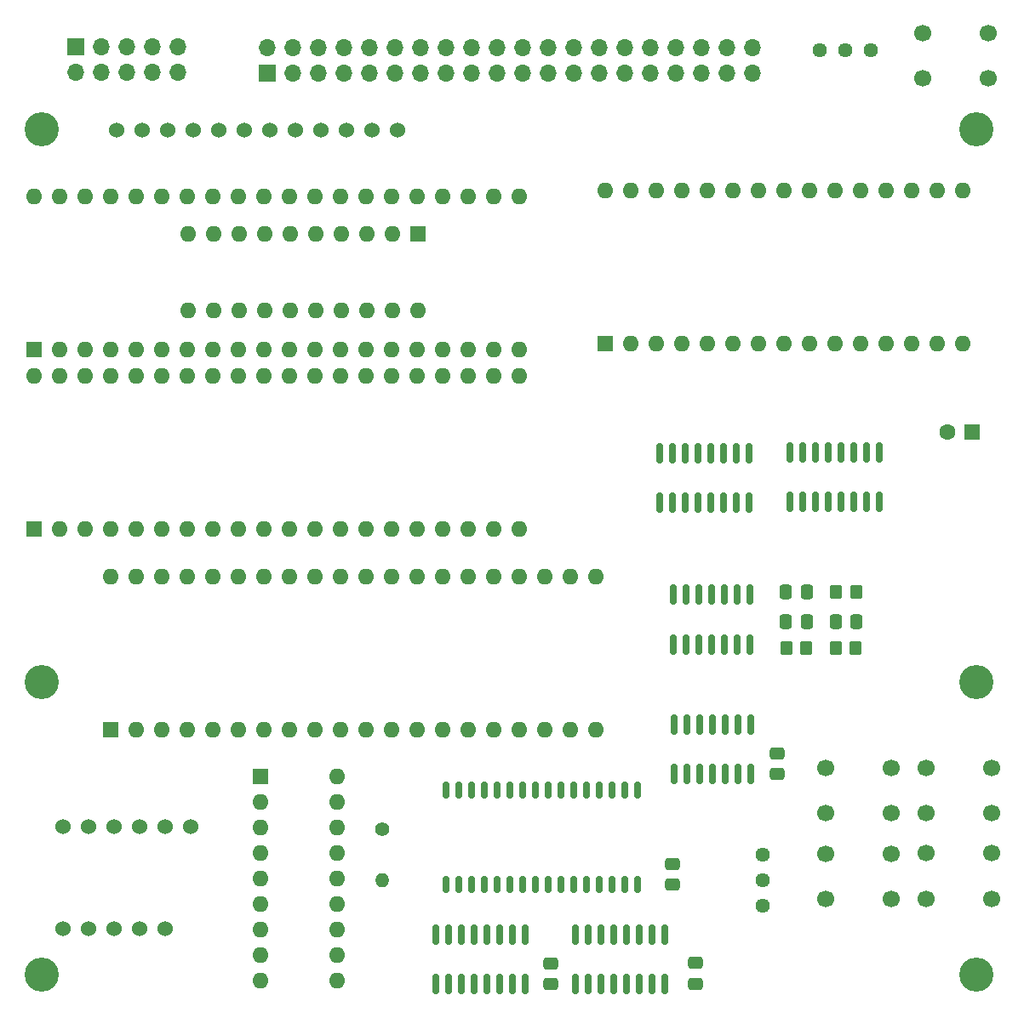
<source format=gbr>
%TF.GenerationSoftware,KiCad,Pcbnew,(5.99.0-7833-g0d57f90982)*%
%TF.CreationDate,2021-09-05T20:23:01+02:00*%
%TF.ProjectId,sbc6526,73626336-3532-4362-9e6b-696361645f70,rev?*%
%TF.SameCoordinates,Original*%
%TF.FileFunction,Soldermask,Top*%
%TF.FilePolarity,Negative*%
%FSLAX46Y46*%
G04 Gerber Fmt 4.6, Leading zero omitted, Abs format (unit mm)*
G04 Created by KiCad (PCBNEW (5.99.0-7833-g0d57f90982)) date 2021-09-05 20:23:01*
%MOMM*%
%LPD*%
G01*
G04 APERTURE LIST*
G04 Aperture macros list*
%AMRoundRect*
0 Rectangle with rounded corners*
0 $1 Rounding radius*
0 $2 $3 $4 $5 $6 $7 $8 $9 X,Y pos of 4 corners*
0 Add a 4 corners polygon primitive as box body*
4,1,4,$2,$3,$4,$5,$6,$7,$8,$9,$2,$3,0*
0 Add four circle primitives for the rounded corners*
1,1,$1+$1,$2,$3,0*
1,1,$1+$1,$4,$5,0*
1,1,$1+$1,$6,$7,0*
1,1,$1+$1,$8,$9,0*
0 Add four rect primitives between the rounded corners*
20,1,$1+$1,$2,$3,$4,$5,0*
20,1,$1+$1,$4,$5,$6,$7,0*
20,1,$1+$1,$6,$7,$8,$9,0*
20,1,$1+$1,$8,$9,$2,$3,0*%
G04 Aperture macros list end*
%ADD10RoundRect,0.250000X0.475000X-0.337500X0.475000X0.337500X-0.475000X0.337500X-0.475000X-0.337500X0*%
%ADD11RoundRect,0.250000X-0.337500X-0.475000X0.337500X-0.475000X0.337500X0.475000X-0.337500X0.475000X0*%
%ADD12RoundRect,0.250000X0.337500X0.475000X-0.337500X0.475000X-0.337500X-0.475000X0.337500X-0.475000X0*%
%ADD13C,1.440000*%
%ADD14RoundRect,0.249999X-0.350001X-0.450001X0.350001X-0.450001X0.350001X0.450001X-0.350001X0.450001X0*%
%ADD15RoundRect,0.249999X0.350001X0.450001X-0.350001X0.450001X-0.350001X-0.450001X0.350001X-0.450001X0*%
%ADD16RoundRect,0.150000X-0.150000X0.700000X-0.150000X-0.700000X0.150000X-0.700000X0.150000X0.700000X0*%
%ADD17RoundRect,0.150000X0.150000X-0.825000X0.150000X0.825000X-0.150000X0.825000X-0.150000X-0.825000X0*%
%ADD18RoundRect,0.150000X-0.150000X0.825000X-0.150000X-0.825000X0.150000X-0.825000X0.150000X0.825000X0*%
%ADD19R,1.600000X1.600000*%
%ADD20O,1.600000X1.600000*%
%ADD21C,1.600000*%
%ADD22C,1.524000*%
%ADD23R,1.700000X1.700000*%
%ADD24O,1.700000X1.700000*%
%ADD25C,1.400000*%
%ADD26O,1.400000X1.400000*%
%ADD27C,1.700000*%
%ADD28C,3.400000*%
G04 APERTURE END LIST*
D10*
%TO.C,C4*%
X166200000Y-137100000D03*
X166200000Y-135025000D03*
%TD*%
%TO.C,C7*%
X176600000Y-126100000D03*
X176600000Y-124025000D03*
%TD*%
D11*
%TO.C,C8*%
X177472500Y-110885000D03*
X179547500Y-110885000D03*
%TD*%
D10*
%TO.C,C9*%
X154100000Y-147000000D03*
X154100000Y-144925000D03*
%TD*%
D12*
%TO.C,C12*%
X184500000Y-110875000D03*
X182425000Y-110875000D03*
%TD*%
D13*
%TO.C,P2*%
X185900000Y-54000000D03*
X183360000Y-54000000D03*
X180820000Y-54000000D03*
%TD*%
D14*
%TO.C,R12*%
X177500000Y-113515000D03*
X179500000Y-113515000D03*
%TD*%
%TO.C,R13*%
X182425000Y-113525000D03*
X184425000Y-113525000D03*
%TD*%
D15*
%TO.C,R14*%
X184450000Y-107950000D03*
X182450000Y-107950000D03*
%TD*%
D16*
%TO.C,U4*%
X162695000Y-127700000D03*
X161425000Y-127700000D03*
X160155000Y-127700000D03*
X158885000Y-127700000D03*
X157615000Y-127700000D03*
X156345000Y-127700000D03*
X155075000Y-127700000D03*
X153805000Y-127700000D03*
X152535000Y-127700000D03*
X151265000Y-127700000D03*
X149995000Y-127700000D03*
X148725000Y-127700000D03*
X147455000Y-127700000D03*
X146185000Y-127700000D03*
X144915000Y-127700000D03*
X143645000Y-127700000D03*
X143645000Y-137100000D03*
X144915000Y-137100000D03*
X146185000Y-137100000D03*
X147455000Y-137100000D03*
X148725000Y-137100000D03*
X149995000Y-137100000D03*
X151265000Y-137100000D03*
X152535000Y-137100000D03*
X153805000Y-137100000D03*
X155075000Y-137100000D03*
X156345000Y-137100000D03*
X157615000Y-137100000D03*
X158885000Y-137100000D03*
X160155000Y-137100000D03*
X161425000Y-137100000D03*
X162695000Y-137100000D03*
%TD*%
D17*
%TO.C,U6*%
X177855000Y-98975000D03*
X179125000Y-98975000D03*
X180395000Y-98975000D03*
X181665000Y-98975000D03*
X182935000Y-98975000D03*
X184205000Y-98975000D03*
X185475000Y-98975000D03*
X186745000Y-98975000D03*
X186745000Y-94025000D03*
X185475000Y-94025000D03*
X184205000Y-94025000D03*
X182935000Y-94025000D03*
X181665000Y-94025000D03*
X180395000Y-94025000D03*
X179125000Y-94025000D03*
X177855000Y-94025000D03*
%TD*%
D18*
%TO.C,U10*%
X165445000Y-142025000D03*
X164175000Y-142025000D03*
X162905000Y-142025000D03*
X161635000Y-142025000D03*
X160365000Y-142025000D03*
X159095000Y-142025000D03*
X157825000Y-142025000D03*
X156555000Y-142025000D03*
X156555000Y-146975000D03*
X157825000Y-146975000D03*
X159095000Y-146975000D03*
X160365000Y-146975000D03*
X161635000Y-146975000D03*
X162905000Y-146975000D03*
X164175000Y-146975000D03*
X165445000Y-146975000D03*
%TD*%
D19*
%TO.C,NANO1*%
X159500000Y-83200000D03*
D20*
X162040000Y-83200000D03*
X164580000Y-83200000D03*
X167120000Y-83200000D03*
X169660000Y-83200000D03*
X172200000Y-83200000D03*
X174740000Y-83200000D03*
X177280000Y-83200000D03*
X179820000Y-83200000D03*
X182360000Y-83200000D03*
X184900000Y-83200000D03*
X187440000Y-83200000D03*
X189980000Y-83200000D03*
X192520000Y-83200000D03*
X195060000Y-83200000D03*
X195060000Y-67960000D03*
X192520000Y-67960000D03*
X189980000Y-67960000D03*
X187440000Y-67960000D03*
X184900000Y-67960000D03*
X182360000Y-67960000D03*
X179820000Y-67960000D03*
X177280000Y-67960000D03*
X174740000Y-67960000D03*
X172200000Y-67960000D03*
X169660000Y-67960000D03*
X167120000Y-67960000D03*
X164580000Y-67960000D03*
X162040000Y-67960000D03*
X159500000Y-67960000D03*
%TD*%
D19*
%TO.C,U11*%
X140843000Y-72300000D03*
D20*
X138303000Y-72300000D03*
X135763000Y-72300000D03*
X133223000Y-72300000D03*
X130683000Y-72300000D03*
X128143000Y-72300000D03*
X125603000Y-72300000D03*
X123063000Y-72300000D03*
X120523000Y-72300000D03*
X117983000Y-72300000D03*
X117983000Y-79920000D03*
X120523000Y-79920000D03*
X123063000Y-79920000D03*
X125603000Y-79920000D03*
X128143000Y-79920000D03*
X130683000Y-79920000D03*
X133223000Y-79920000D03*
X135763000Y-79920000D03*
X138303000Y-79920000D03*
X140843000Y-79920000D03*
%TD*%
D18*
%TO.C,U9*%
X151545000Y-142025000D03*
X150275000Y-142025000D03*
X149005000Y-142025000D03*
X147735000Y-142025000D03*
X146465000Y-142025000D03*
X145195000Y-142025000D03*
X143925000Y-142025000D03*
X142655000Y-142025000D03*
X142655000Y-146975000D03*
X143925000Y-146975000D03*
X145195000Y-146975000D03*
X146465000Y-146975000D03*
X147735000Y-146975000D03*
X149005000Y-146975000D03*
X150275000Y-146975000D03*
X151545000Y-146975000D03*
%TD*%
%TO.C,U7*%
X173950000Y-121145000D03*
X172680000Y-121145000D03*
X171410000Y-121145000D03*
X170140000Y-121145000D03*
X168870000Y-121145000D03*
X167600000Y-121145000D03*
X166330000Y-121145000D03*
X166330000Y-126095000D03*
X167600000Y-126095000D03*
X168870000Y-126095000D03*
X170140000Y-126095000D03*
X171410000Y-126095000D03*
X172680000Y-126095000D03*
X173950000Y-126095000D03*
%TD*%
%TO.C,U8*%
X173850000Y-108235000D03*
X172580000Y-108235000D03*
X171310000Y-108235000D03*
X170040000Y-108235000D03*
X168770000Y-108235000D03*
X167500000Y-108235000D03*
X166230000Y-108235000D03*
X166230000Y-113185000D03*
X167500000Y-113185000D03*
X168770000Y-113185000D03*
X170040000Y-113185000D03*
X171310000Y-113185000D03*
X172580000Y-113185000D03*
X173850000Y-113185000D03*
%TD*%
D13*
%TO.C,P1*%
X175133000Y-134112000D03*
X175133000Y-136652000D03*
X175133000Y-139192000D03*
%TD*%
D19*
%TO.C,C14*%
X196000000Y-92000000D03*
D21*
X193500000Y-92000000D03*
%TD*%
D19*
%TO.C,U3*%
X110325000Y-121690000D03*
D20*
X112865000Y-121690000D03*
X115405000Y-121690000D03*
X117945000Y-121690000D03*
X120485000Y-121690000D03*
X123025000Y-121690000D03*
X125565000Y-121690000D03*
X128105000Y-121690000D03*
X130645000Y-121690000D03*
X133185000Y-121690000D03*
X135725000Y-121690000D03*
X138265000Y-121690000D03*
X140805000Y-121690000D03*
X143345000Y-121690000D03*
X145885000Y-121690000D03*
X148425000Y-121690000D03*
X150965000Y-121690000D03*
X153505000Y-121690000D03*
X156045000Y-121690000D03*
X158585000Y-121690000D03*
X158585000Y-106450000D03*
X156045000Y-106450000D03*
X153505000Y-106450000D03*
X150965000Y-106450000D03*
X148425000Y-106450000D03*
X145885000Y-106450000D03*
X143345000Y-106450000D03*
X140805000Y-106450000D03*
X138265000Y-106450000D03*
X135725000Y-106450000D03*
X133185000Y-106450000D03*
X130645000Y-106450000D03*
X128105000Y-106450000D03*
X125565000Y-106450000D03*
X123025000Y-106450000D03*
X120485000Y-106450000D03*
X117945000Y-106450000D03*
X115405000Y-106450000D03*
X112865000Y-106450000D03*
X110325000Y-106450000D03*
%TD*%
D22*
%TO.C,LED1*%
X105570000Y-141440000D03*
X108110000Y-141440000D03*
X110650000Y-141440000D03*
X113190000Y-141440000D03*
X115730000Y-141440000D03*
X105570000Y-131280000D03*
X108110000Y-131280000D03*
X110650000Y-131280000D03*
X113190000Y-131280000D03*
X115730000Y-131280000D03*
X118270000Y-131280000D03*
%TD*%
D23*
%TO.C,J1*%
X106800000Y-53700000D03*
D24*
X106800000Y-56240000D03*
X109340000Y-53700000D03*
X109340000Y-56240000D03*
X111880000Y-53700000D03*
X111880000Y-56240000D03*
X114420000Y-53700000D03*
X114420000Y-56240000D03*
X116960000Y-53700000D03*
X116960000Y-56240000D03*
%TD*%
D10*
%TO.C,C10*%
X168500000Y-146975000D03*
X168500000Y-144900000D03*
%TD*%
D25*
%TO.C,Y1*%
X137300000Y-131600000D03*
D26*
X137300000Y-136680000D03*
%TD*%
D19*
%TO.C,PIC1*%
X125200000Y-126300000D03*
D20*
X125200000Y-128840000D03*
X125200000Y-131380000D03*
X125200000Y-133920000D03*
X125200000Y-136460000D03*
X125200000Y-139000000D03*
X125200000Y-141540000D03*
X125200000Y-144080000D03*
X125200000Y-146620000D03*
X132820000Y-146620000D03*
X132820000Y-144080000D03*
X132820000Y-141540000D03*
X132820000Y-139000000D03*
X132820000Y-136460000D03*
X132820000Y-133920000D03*
X132820000Y-131380000D03*
X132820000Y-128840000D03*
X132820000Y-126300000D03*
%TD*%
D11*
%TO.C,C13*%
X177462500Y-107950000D03*
X179537500Y-107950000D03*
%TD*%
D23*
%TO.C,EXT6526*%
X125900000Y-56300000D03*
D24*
X125900000Y-53760000D03*
X128440000Y-56300000D03*
X128440000Y-53760000D03*
X130980000Y-56300000D03*
X130980000Y-53760000D03*
X133520000Y-56300000D03*
X133520000Y-53760000D03*
X136060000Y-56300000D03*
X136060000Y-53760000D03*
X138600000Y-56300000D03*
X138600000Y-53760000D03*
X141140000Y-56300000D03*
X141140000Y-53760000D03*
X143680000Y-56300000D03*
X143680000Y-53760000D03*
X146220000Y-56300000D03*
X146220000Y-53760000D03*
X148760000Y-56300000D03*
X148760000Y-53760000D03*
X151300000Y-56300000D03*
X151300000Y-53760000D03*
X153840000Y-56300000D03*
X153840000Y-53760000D03*
X156380000Y-56300000D03*
X156380000Y-53760000D03*
X158920000Y-56300000D03*
X158920000Y-53760000D03*
X161460000Y-56300000D03*
X161460000Y-53760000D03*
X164000000Y-56300000D03*
X164000000Y-53760000D03*
X166540000Y-56300000D03*
X166540000Y-53760000D03*
X169080000Y-56300000D03*
X169080000Y-53760000D03*
X171620000Y-56300000D03*
X171620000Y-53760000D03*
X174160000Y-56300000D03*
X174160000Y-53760000D03*
%TD*%
D19*
%TO.C,U2*%
X102700000Y-101700000D03*
D20*
X105240000Y-101700000D03*
X107780000Y-101700000D03*
X110320000Y-101700000D03*
X112860000Y-101700000D03*
X115400000Y-101700000D03*
X117940000Y-101700000D03*
X120480000Y-101700000D03*
X123020000Y-101700000D03*
X125560000Y-101700000D03*
X128100000Y-101700000D03*
X130640000Y-101700000D03*
X133180000Y-101700000D03*
X135720000Y-101700000D03*
X138260000Y-101700000D03*
X140800000Y-101700000D03*
X143340000Y-101700000D03*
X145880000Y-101700000D03*
X148420000Y-101700000D03*
X150960000Y-101700000D03*
X150960000Y-86460000D03*
X148420000Y-86460000D03*
X145880000Y-86460000D03*
X143340000Y-86460000D03*
X140800000Y-86460000D03*
X138260000Y-86460000D03*
X135720000Y-86460000D03*
X133180000Y-86460000D03*
X130640000Y-86460000D03*
X128100000Y-86460000D03*
X125560000Y-86460000D03*
X123020000Y-86460000D03*
X120480000Y-86460000D03*
X117940000Y-86460000D03*
X115400000Y-86460000D03*
X112860000Y-86460000D03*
X110320000Y-86460000D03*
X107780000Y-86460000D03*
X105240000Y-86460000D03*
X102700000Y-86460000D03*
%TD*%
D27*
%TO.C,SW1*%
X181420000Y-125490000D03*
X187920000Y-125490000D03*
X181420000Y-129990000D03*
X187920000Y-129990000D03*
%TD*%
%TO.C,SW2*%
X181440000Y-134050000D03*
X187940000Y-134050000D03*
X181440000Y-138550000D03*
X187940000Y-138550000D03*
%TD*%
%TO.C,SW3*%
X191400000Y-133970000D03*
X197900000Y-133970000D03*
X191400000Y-138470000D03*
X197900000Y-138470000D03*
%TD*%
%TO.C,SW4*%
X191420000Y-125450000D03*
X197920000Y-125450000D03*
X191420000Y-129950000D03*
X197920000Y-129950000D03*
%TD*%
%TO.C,SW5*%
X197600000Y-56800000D03*
X191100000Y-56800000D03*
X197600000Y-52300000D03*
X191100000Y-52300000D03*
%TD*%
D28*
%TO.C,LCD1*%
X103425000Y-116925000D03*
X196425000Y-116925000D03*
X196425000Y-61925000D03*
X103425000Y-61925000D03*
D22*
X110935000Y-61965000D03*
X113475000Y-61965000D03*
X116015000Y-61965000D03*
X118555000Y-61965000D03*
X121095000Y-61965000D03*
X123635000Y-61965000D03*
X126175000Y-61965000D03*
X128715000Y-61965000D03*
X131255000Y-61965000D03*
X133795000Y-61965000D03*
X136335000Y-61965000D03*
X138875000Y-61965000D03*
%TD*%
D19*
%TO.C,U1*%
X102700000Y-83850000D03*
D20*
X105240000Y-83850000D03*
X107780000Y-83850000D03*
X110320000Y-83850000D03*
X112860000Y-83850000D03*
X115400000Y-83850000D03*
X117940000Y-83850000D03*
X120480000Y-83850000D03*
X123020000Y-83850000D03*
X125560000Y-83850000D03*
X128100000Y-83850000D03*
X130640000Y-83850000D03*
X133180000Y-83850000D03*
X135720000Y-83850000D03*
X138260000Y-83850000D03*
X140800000Y-83850000D03*
X143340000Y-83850000D03*
X145880000Y-83850000D03*
X148420000Y-83850000D03*
X150960000Y-83850000D03*
X150960000Y-68610000D03*
X148420000Y-68610000D03*
X145880000Y-68610000D03*
X143340000Y-68610000D03*
X140800000Y-68610000D03*
X138260000Y-68610000D03*
X135720000Y-68610000D03*
X133180000Y-68610000D03*
X130640000Y-68610000D03*
X128100000Y-68610000D03*
X125560000Y-68610000D03*
X123020000Y-68610000D03*
X120480000Y-68610000D03*
X117940000Y-68610000D03*
X115400000Y-68610000D03*
X112860000Y-68610000D03*
X110320000Y-68610000D03*
X107780000Y-68610000D03*
X105240000Y-68610000D03*
X102700000Y-68610000D03*
%TD*%
D17*
%TO.C,U5*%
X164955000Y-99075000D03*
X166225000Y-99075000D03*
X167495000Y-99075000D03*
X168765000Y-99075000D03*
X170035000Y-99075000D03*
X171305000Y-99075000D03*
X172575000Y-99075000D03*
X173845000Y-99075000D03*
X173845000Y-94125000D03*
X172575000Y-94125000D03*
X171305000Y-94125000D03*
X170035000Y-94125000D03*
X168765000Y-94125000D03*
X167495000Y-94125000D03*
X166225000Y-94125000D03*
X164955000Y-94125000D03*
%TD*%
D28*
%TO.C,*%
X196425000Y-146050000D03*
%TD*%
%TO.C,*%
X103425000Y-146050000D03*
%TD*%
M02*

</source>
